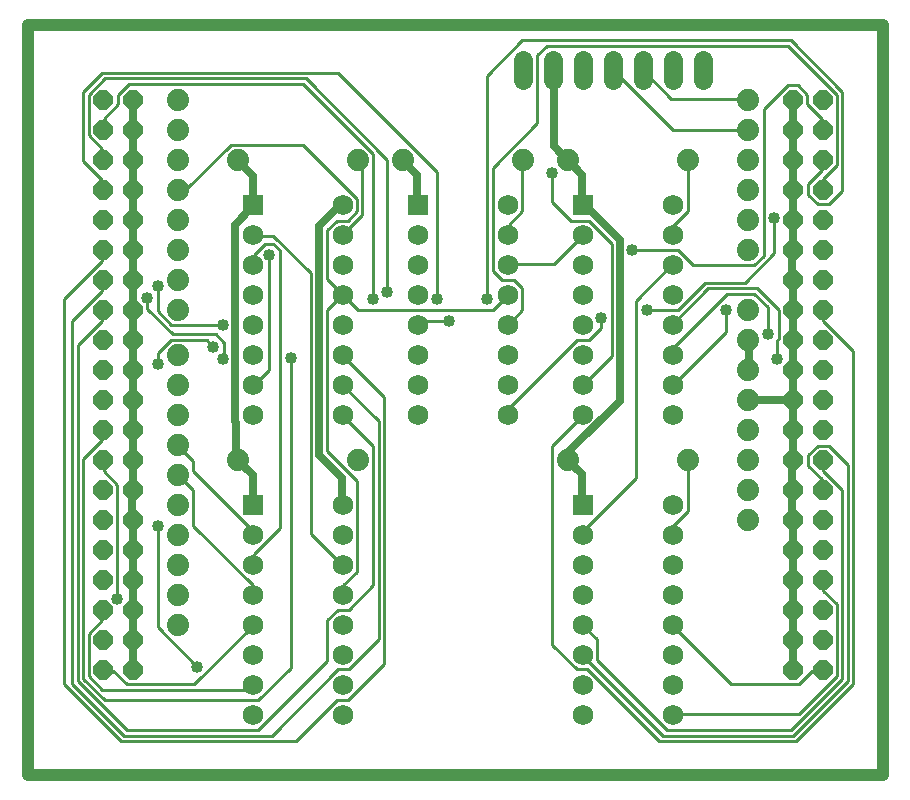
<source format=gtl>
G75*
%MOIN*%
%OFA0B0*%
%FSLAX25Y25*%
%IPPOS*%
%LPD*%
%AMOC8*
5,1,8,0,0,1.08239X$1,22.5*
%
%ADD10C,0.04000*%
%ADD11C,0.07400*%
%ADD12R,0.06800X0.06800*%
%ADD13C,0.06800*%
%ADD14C,0.06400*%
%ADD15OC8,0.06400*%
%ADD16C,0.02500*%
%ADD17C,0.01000*%
%ADD18C,0.04000*%
D10*
X0020000Y0052524D02*
X0305000Y0052524D01*
X0305000Y0302524D01*
X0020000Y0302524D01*
X0020000Y0052524D01*
D11*
X0070000Y0102524D03*
X0070000Y0112524D03*
X0070000Y0122524D03*
X0070000Y0132524D03*
X0070000Y0142524D03*
X0070000Y0152524D03*
X0070000Y0162524D03*
X0070000Y0172524D03*
X0070000Y0182524D03*
X0070000Y0192524D03*
X0070000Y0207524D03*
X0070000Y0217524D03*
X0070000Y0227524D03*
X0070000Y0237524D03*
X0070000Y0247524D03*
X0070000Y0257524D03*
X0070000Y0267524D03*
X0070000Y0277524D03*
X0090000Y0257524D03*
X0130000Y0257524D03*
X0145000Y0257524D03*
X0185000Y0257524D03*
X0200000Y0257524D03*
X0240000Y0257524D03*
X0260000Y0257524D03*
X0260000Y0267524D03*
X0260000Y0277524D03*
X0260000Y0247524D03*
X0260000Y0237524D03*
X0260000Y0227524D03*
X0260000Y0207524D03*
X0260000Y0197524D03*
X0260000Y0187524D03*
X0260000Y0177524D03*
X0260000Y0167524D03*
X0260000Y0157524D03*
X0260000Y0147524D03*
X0260000Y0137524D03*
X0240000Y0157524D03*
X0200000Y0157524D03*
X0130000Y0157524D03*
X0090000Y0157524D03*
D12*
X0095000Y0142524D03*
X0095000Y0242524D03*
X0150000Y0242524D03*
X0205000Y0242524D03*
X0205000Y0142524D03*
D13*
X0205000Y0132524D03*
X0205000Y0122524D03*
X0205000Y0112524D03*
X0205000Y0102524D03*
X0205000Y0092524D03*
X0205000Y0082524D03*
X0205000Y0072524D03*
X0235000Y0072524D03*
X0235000Y0082524D03*
X0235000Y0092524D03*
X0235000Y0102524D03*
X0235000Y0112524D03*
X0235000Y0122524D03*
X0235000Y0132524D03*
X0235000Y0142524D03*
X0235000Y0172524D03*
X0235000Y0182524D03*
X0235000Y0192524D03*
X0235000Y0202524D03*
X0235000Y0212524D03*
X0235000Y0222524D03*
X0235000Y0232524D03*
X0235000Y0242524D03*
X0205000Y0232524D03*
X0205000Y0222524D03*
X0205000Y0212524D03*
X0205000Y0202524D03*
X0205000Y0192524D03*
X0205000Y0182524D03*
X0205000Y0172524D03*
X0180000Y0172524D03*
X0180000Y0182524D03*
X0180000Y0192524D03*
X0180000Y0202524D03*
X0180000Y0212524D03*
X0180000Y0222524D03*
X0180000Y0232524D03*
X0180000Y0242524D03*
X0150000Y0232524D03*
X0150000Y0222524D03*
X0150000Y0212524D03*
X0150000Y0202524D03*
X0150000Y0192524D03*
X0150000Y0182524D03*
X0150000Y0172524D03*
X0125000Y0172524D03*
X0125000Y0182524D03*
X0125000Y0192524D03*
X0125000Y0202524D03*
X0125000Y0212524D03*
X0125000Y0222524D03*
X0125000Y0232524D03*
X0125000Y0242524D03*
X0095000Y0232524D03*
X0095000Y0222524D03*
X0095000Y0212524D03*
X0095000Y0202524D03*
X0095000Y0192524D03*
X0095000Y0182524D03*
X0095000Y0172524D03*
X0125000Y0142524D03*
X0125000Y0132524D03*
X0125000Y0122524D03*
X0125000Y0112524D03*
X0125000Y0102524D03*
X0125000Y0092524D03*
X0125000Y0082524D03*
X0125000Y0072524D03*
X0095000Y0072524D03*
X0095000Y0082524D03*
X0095000Y0092524D03*
X0095000Y0102524D03*
X0095000Y0112524D03*
X0095000Y0122524D03*
X0095000Y0132524D03*
D14*
X0185000Y0284324D02*
X0185000Y0290724D01*
X0195000Y0290724D02*
X0195000Y0284324D01*
X0205000Y0284324D02*
X0205000Y0290724D01*
X0215000Y0290724D02*
X0215000Y0284324D01*
X0225000Y0284324D02*
X0225000Y0290724D01*
X0235000Y0290724D02*
X0235000Y0284324D01*
X0245000Y0284324D02*
X0245000Y0290724D01*
D15*
X0275000Y0277524D03*
X0285000Y0277524D03*
X0285000Y0267524D03*
X0275000Y0267524D03*
X0275000Y0257524D03*
X0285000Y0257524D03*
X0285000Y0247524D03*
X0275000Y0247524D03*
X0275000Y0237524D03*
X0285000Y0237524D03*
X0285000Y0227524D03*
X0275000Y0227524D03*
X0275000Y0217524D03*
X0285000Y0217524D03*
X0285000Y0207524D03*
X0275000Y0207524D03*
X0275000Y0197524D03*
X0285000Y0197524D03*
X0285000Y0187524D03*
X0275000Y0187524D03*
X0275000Y0177524D03*
X0285000Y0177524D03*
X0285000Y0167524D03*
X0275000Y0167524D03*
X0275000Y0157524D03*
X0285000Y0157524D03*
X0285000Y0147524D03*
X0275000Y0147524D03*
X0275000Y0137524D03*
X0285000Y0137524D03*
X0285000Y0127524D03*
X0275000Y0127524D03*
X0275000Y0117524D03*
X0285000Y0117524D03*
X0285000Y0107524D03*
X0275000Y0107524D03*
X0275000Y0097524D03*
X0285000Y0097524D03*
X0285000Y0087524D03*
X0275000Y0087524D03*
X0055000Y0087524D03*
X0055000Y0097524D03*
X0045000Y0097524D03*
X0045000Y0087524D03*
X0045000Y0107524D03*
X0045000Y0117524D03*
X0045000Y0127524D03*
X0055000Y0127524D03*
X0055000Y0117524D03*
X0055000Y0107524D03*
X0055000Y0137524D03*
X0055000Y0147524D03*
X0055000Y0157524D03*
X0055000Y0167524D03*
X0045000Y0167524D03*
X0045000Y0157524D03*
X0045000Y0147524D03*
X0045000Y0137524D03*
X0045000Y0177524D03*
X0045000Y0187524D03*
X0045000Y0197524D03*
X0045000Y0207524D03*
X0055000Y0207524D03*
X0055000Y0197524D03*
X0055000Y0187524D03*
X0055000Y0177524D03*
X0055000Y0217524D03*
X0055000Y0227524D03*
X0055000Y0237524D03*
X0045000Y0237524D03*
X0045000Y0227524D03*
X0045000Y0217524D03*
X0045000Y0247524D03*
X0045000Y0257524D03*
X0045000Y0267524D03*
X0045000Y0277524D03*
X0055000Y0277524D03*
X0055000Y0267524D03*
X0055000Y0257524D03*
X0055000Y0247524D03*
D16*
X0055238Y0248593D01*
X0055238Y0257176D01*
X0055000Y0257524D01*
X0055238Y0258531D01*
X0055238Y0267115D01*
X0055000Y0267524D01*
X0055238Y0268470D01*
X0055238Y0277506D01*
X0055000Y0277524D01*
X0055000Y0247524D02*
X0055238Y0247237D01*
X0055238Y0238654D01*
X0055000Y0237524D01*
X0055238Y0237298D01*
X0055238Y0228715D01*
X0055000Y0227524D01*
X0055238Y0227359D01*
X0055238Y0218776D01*
X0055000Y0217524D01*
X0055238Y0217420D01*
X0055238Y0208385D01*
X0055000Y0207524D01*
X0055238Y0207481D01*
X0055238Y0198446D01*
X0055000Y0197524D01*
X0055238Y0197091D01*
X0055238Y0188507D01*
X0055000Y0187524D01*
X0055238Y0187152D01*
X0055238Y0178568D01*
X0055000Y0177524D01*
X0055238Y0177213D01*
X0055238Y0168629D01*
X0055000Y0167524D01*
X0055238Y0167274D01*
X0055238Y0158690D01*
X0055000Y0157524D01*
X0055238Y0157335D01*
X0055238Y0148751D01*
X0055000Y0147524D01*
X0054786Y0147396D01*
X0054786Y0138812D01*
X0055000Y0137524D01*
X0055238Y0137457D01*
X0055238Y0128421D01*
X0055000Y0127524D01*
X0055238Y0127518D01*
X0055238Y0118482D01*
X0055000Y0117524D01*
X0055238Y0117127D01*
X0055238Y0108543D01*
X0055000Y0107524D01*
X0055238Y0107188D01*
X0055238Y0098604D01*
X0055000Y0097524D01*
X0055238Y0097249D01*
X0055238Y0087762D01*
X0055000Y0087524D01*
X0095000Y0142524D02*
X0094994Y0142878D01*
X0094994Y0152365D01*
X0090025Y0157335D01*
X0090000Y0157524D01*
X0089573Y0158690D01*
X0089573Y0169984D01*
X0089121Y0170436D01*
X0089121Y0235943D01*
X0094542Y0241364D01*
X0095000Y0242524D01*
X0094994Y0242719D01*
X0094994Y0252207D01*
X0090025Y0257176D01*
X0090000Y0257524D01*
X0117131Y0235491D02*
X0123907Y0242268D01*
X0124811Y0242268D01*
X0125000Y0242524D01*
X0117131Y0235491D02*
X0117131Y0159142D01*
X0124811Y0151462D01*
X0124811Y0142878D01*
X0125000Y0142524D01*
X0200000Y0157524D02*
X0200257Y0158690D01*
X0200257Y0160045D01*
X0217424Y0177213D01*
X0217424Y0230973D01*
X0206130Y0242268D01*
X0205000Y0242524D01*
X0204775Y0242719D01*
X0204775Y0252658D01*
X0200709Y0256724D01*
X0200000Y0257524D01*
X0199805Y0257628D01*
X0195287Y0262146D01*
X0195287Y0287445D01*
X0195000Y0287524D01*
X0149658Y0252658D02*
X0145141Y0257176D01*
X0145000Y0257524D01*
X0149658Y0252658D02*
X0149658Y0242719D01*
X0150000Y0242524D01*
X0200000Y0157524D02*
X0200257Y0157335D01*
X0204775Y0152817D01*
X0204775Y0142878D01*
X0205000Y0142524D01*
X0260000Y0177524D02*
X0260343Y0177664D01*
X0273896Y0177664D01*
X0275000Y0177524D01*
X0275251Y0178568D01*
X0275251Y0187152D01*
X0275000Y0187524D01*
X0275251Y0188507D01*
X0275251Y0197091D01*
X0275000Y0197524D01*
X0275251Y0198446D01*
X0275251Y0207481D01*
X0275000Y0207524D01*
X0275251Y0208385D01*
X0275251Y0217420D01*
X0275000Y0217524D01*
X0274799Y0218776D01*
X0274799Y0227359D01*
X0275000Y0227524D01*
X0275251Y0228715D01*
X0275251Y0237298D01*
X0275000Y0237524D01*
X0275251Y0238654D01*
X0275251Y0247237D01*
X0275000Y0247524D01*
X0275251Y0248593D01*
X0275251Y0257176D01*
X0275000Y0257524D01*
X0275251Y0258531D01*
X0275251Y0267115D01*
X0275000Y0267524D01*
X0275251Y0268470D01*
X0275251Y0277506D01*
X0275000Y0277524D01*
X0260000Y0197524D02*
X0260343Y0197091D01*
X0260343Y0187603D01*
X0260000Y0187524D01*
X0275000Y0177524D02*
X0275251Y0177213D01*
X0275251Y0168629D01*
X0275000Y0167524D01*
X0275251Y0167274D01*
X0275251Y0158690D01*
X0275000Y0157524D01*
X0274799Y0157335D01*
X0274799Y0148751D01*
X0275000Y0147524D01*
X0274799Y0147396D01*
X0274799Y0138812D01*
X0275000Y0137524D01*
X0275251Y0137457D01*
X0275251Y0128421D01*
X0275000Y0127524D01*
X0275251Y0127518D01*
X0275251Y0118482D01*
X0275000Y0117524D01*
X0275251Y0117127D01*
X0275251Y0108543D01*
X0275000Y0107524D01*
X0275251Y0107188D01*
X0275251Y0098604D01*
X0275000Y0097524D01*
X0275251Y0097249D01*
X0275251Y0087762D01*
X0275000Y0087524D01*
D17*
X0277058Y0082792D02*
X0254469Y0082792D01*
X0235043Y0102219D01*
X0235000Y0102524D01*
X0209744Y0097701D02*
X0209744Y0090924D01*
X0233236Y0067432D01*
X0274347Y0067432D01*
X0291515Y0084599D01*
X0291515Y0147396D01*
X0285190Y0153720D01*
X0285190Y0157335D01*
X0285000Y0157524D01*
X0283383Y0162304D02*
X0280220Y0159142D01*
X0280220Y0155528D01*
X0284738Y0151010D01*
X0284738Y0147847D01*
X0285000Y0147524D01*
X0293322Y0155979D02*
X0293322Y0083696D01*
X0275251Y0065625D01*
X0231881Y0065625D01*
X0205226Y0092280D01*
X0205000Y0092524D01*
X0209744Y0097701D02*
X0205226Y0102219D01*
X0205000Y0102524D01*
X0194836Y0095894D02*
X0194836Y0162304D01*
X0204775Y0172243D01*
X0205000Y0172524D01*
X0205000Y0182524D02*
X0205226Y0182634D01*
X0214714Y0192121D01*
X0214714Y0229618D01*
X0207033Y0237298D01*
X0201160Y0237298D01*
X0194836Y0243623D01*
X0194836Y0253110D01*
X0184897Y0257176D02*
X0185000Y0257524D01*
X0184897Y0257176D02*
X0184897Y0240461D01*
X0180379Y0235943D01*
X0180379Y0232781D01*
X0180000Y0232524D01*
X0180379Y0222842D02*
X0180000Y0222524D01*
X0180379Y0222842D02*
X0195287Y0222842D01*
X0204775Y0232329D01*
X0205000Y0232524D01*
X0221490Y0227359D02*
X0236850Y0227359D01*
X0241820Y0222390D01*
X0262150Y0222390D01*
X0265312Y0225552D01*
X0265312Y0274344D01*
X0273444Y0282475D01*
X0276606Y0282475D01*
X0279769Y0279313D01*
X0279769Y0276151D01*
X0284738Y0271181D01*
X0284738Y0267567D01*
X0285000Y0267524D01*
X0285000Y0257524D02*
X0284738Y0257176D01*
X0284738Y0254014D01*
X0280220Y0249496D01*
X0280220Y0245882D01*
X0283383Y0242719D01*
X0286997Y0242719D01*
X0291515Y0247237D01*
X0291515Y0280217D01*
X0274347Y0297384D01*
X0184897Y0297384D01*
X0173151Y0285638D01*
X0173151Y0211095D01*
X0174958Y0207481D02*
X0130232Y0207481D01*
X0125263Y0212451D01*
X0125000Y0212524D01*
X0124811Y0212903D01*
X0119842Y0217872D01*
X0119842Y0234136D01*
X0123004Y0237298D01*
X0126618Y0237298D01*
X0129781Y0240461D01*
X0129781Y0244527D01*
X0111710Y0262597D01*
X0087766Y0262597D01*
X0072857Y0247689D01*
X0070147Y0247689D01*
X0070000Y0247524D01*
X0095000Y0232524D02*
X0095446Y0232329D01*
X0101771Y0232329D01*
X0114420Y0219679D01*
X0114420Y0132939D01*
X0124811Y0122548D01*
X0125000Y0122524D01*
X0129781Y0120289D02*
X0129781Y0150558D01*
X0119842Y0160497D01*
X0119842Y0207481D01*
X0124811Y0212451D01*
X0125000Y0212524D01*
X0135202Y0211095D02*
X0135202Y0259435D01*
X0111710Y0282927D01*
X0053883Y0282927D01*
X0050269Y0279313D01*
X0050269Y0276151D01*
X0045299Y0271181D01*
X0045299Y0267567D01*
X0045000Y0267524D01*
X0040330Y0265760D02*
X0040330Y0279313D01*
X0045751Y0284734D01*
X0112613Y0284734D01*
X0139719Y0257628D01*
X0139719Y0213354D01*
X0150110Y0202964D02*
X0150000Y0202524D01*
X0150110Y0202964D02*
X0151014Y0203867D01*
X0160501Y0203867D01*
X0156435Y0211095D02*
X0156435Y0253562D01*
X0123456Y0286541D01*
X0044847Y0286541D01*
X0038523Y0280217D01*
X0038523Y0257176D01*
X0044847Y0250851D01*
X0044847Y0247689D01*
X0045000Y0247524D01*
X0045000Y0257524D02*
X0044847Y0257628D01*
X0044847Y0261242D01*
X0040330Y0265760D01*
X0045000Y0227524D02*
X0044847Y0227359D01*
X0044847Y0223745D01*
X0032198Y0211095D01*
X0032198Y0082792D01*
X0051172Y0063818D01*
X0109451Y0063818D01*
X0123004Y0077371D01*
X0126618Y0077371D01*
X0138816Y0089569D01*
X0138816Y0178568D01*
X0125263Y0192121D01*
X0125000Y0192524D01*
X0125000Y0182524D02*
X0125263Y0182182D01*
X0137009Y0170436D01*
X0137009Y0097701D01*
X0127070Y0087762D01*
X0123456Y0087762D01*
X0101319Y0065625D01*
X0052076Y0065625D01*
X0034908Y0082792D01*
X0034908Y0203867D01*
X0044847Y0213806D01*
X0044847Y0217420D01*
X0045000Y0217524D01*
X0045000Y0207524D02*
X0044847Y0207481D01*
X0044847Y0203867D01*
X0036716Y0195735D01*
X0036716Y0083696D01*
X0052979Y0067432D01*
X0096801Y0067432D01*
X0119842Y0090472D01*
X0119842Y0104026D01*
X0123456Y0107640D01*
X0127070Y0107640D01*
X0135202Y0115772D01*
X0135202Y0162304D01*
X0125263Y0172243D01*
X0125000Y0172524D01*
X0107644Y0191669D02*
X0107644Y0088214D01*
X0096801Y0077371D01*
X0045751Y0077371D01*
X0038523Y0084599D01*
X0038523Y0157786D01*
X0044847Y0164111D01*
X0044847Y0167274D01*
X0045000Y0167524D01*
X0045000Y0157524D02*
X0045299Y0157335D01*
X0045299Y0153720D01*
X0049817Y0149203D01*
X0049817Y0111254D01*
X0045000Y0107524D02*
X0044847Y0107188D01*
X0044847Y0104026D01*
X0040330Y0099508D01*
X0040330Y0085503D01*
X0044847Y0080985D01*
X0093639Y0080985D01*
X0094994Y0082341D01*
X0095000Y0082524D01*
X0076471Y0088665D02*
X0063370Y0101767D01*
X0063370Y0135650D01*
X0075116Y0135650D02*
X0075116Y0147396D01*
X0070147Y0152365D01*
X0070000Y0152524D01*
X0075116Y0153720D02*
X0075116Y0157335D01*
X0070147Y0162304D01*
X0070000Y0162524D01*
X0075116Y0153720D02*
X0094994Y0133843D01*
X0094994Y0132939D01*
X0095000Y0132524D01*
X0095446Y0126162D02*
X0104030Y0134746D01*
X0104030Y0227359D01*
X0101771Y0229618D01*
X0099060Y0229618D01*
X0095446Y0226004D01*
X0095446Y0222842D01*
X0095000Y0222524D01*
X0100415Y0226004D02*
X0100415Y0187603D01*
X0095446Y0182634D01*
X0095000Y0182524D01*
X0085507Y0191669D02*
X0085055Y0191218D01*
X0085507Y0191669D02*
X0085507Y0196639D01*
X0082796Y0199349D01*
X0068340Y0199349D01*
X0059756Y0207933D01*
X0059756Y0211547D01*
X0063370Y0215613D02*
X0063370Y0207030D01*
X0067888Y0202512D01*
X0085055Y0202512D01*
X0079634Y0197542D02*
X0081893Y0195283D01*
X0079634Y0197542D02*
X0067888Y0197542D01*
X0063370Y0193025D01*
X0063370Y0189410D01*
X0075116Y0135650D02*
X0094994Y0115772D01*
X0094994Y0112609D01*
X0095000Y0112524D01*
X0095000Y0102524D02*
X0094994Y0102219D01*
X0075568Y0082792D01*
X0052979Y0082792D01*
X0048462Y0087310D01*
X0045299Y0087310D01*
X0045000Y0087524D01*
X0095000Y0122524D02*
X0095446Y0122548D01*
X0095446Y0126162D01*
X0125263Y0115772D02*
X0125263Y0112609D01*
X0125000Y0112524D01*
X0125263Y0115772D02*
X0129781Y0120289D01*
X0180000Y0172524D02*
X0180379Y0172695D01*
X0180379Y0174954D01*
X0202968Y0197542D01*
X0207033Y0197542D01*
X0211099Y0201608D01*
X0211099Y0204771D01*
X0222845Y0210644D02*
X0234592Y0222390D01*
X0235000Y0222524D01*
X0245886Y0216517D02*
X0236850Y0207481D01*
X0226460Y0207481D01*
X0222845Y0210644D02*
X0222845Y0151462D01*
X0205226Y0133843D01*
X0205226Y0132939D01*
X0205000Y0132524D01*
X0235000Y0132524D02*
X0235043Y0132939D01*
X0235043Y0135650D01*
X0240013Y0140619D01*
X0240013Y0157335D01*
X0240000Y0157524D01*
X0235000Y0182524D02*
X0235043Y0182634D01*
X0252662Y0200253D01*
X0252662Y0207481D01*
X0253114Y0212903D02*
X0235043Y0194832D01*
X0235043Y0192573D01*
X0235000Y0192524D01*
X0235000Y0202524D02*
X0235043Y0202964D01*
X0246789Y0214710D01*
X0263053Y0214710D01*
X0270281Y0207481D01*
X0270281Y0197994D01*
X0269830Y0197542D01*
X0269830Y0191218D01*
X0266667Y0199349D02*
X0266667Y0208385D01*
X0262150Y0212903D01*
X0253114Y0212903D01*
X0258987Y0216517D02*
X0245886Y0216517D01*
X0258987Y0216517D02*
X0268926Y0226456D01*
X0268926Y0238202D01*
X0285000Y0247524D02*
X0285190Y0247689D01*
X0285190Y0251303D01*
X0289708Y0255821D01*
X0289708Y0279313D01*
X0273444Y0295577D01*
X0193029Y0295577D01*
X0189866Y0292414D01*
X0189866Y0269826D01*
X0174958Y0254917D01*
X0174958Y0220583D01*
X0178120Y0217420D01*
X0182186Y0217420D01*
X0184897Y0214710D01*
X0184897Y0207481D01*
X0180379Y0202964D01*
X0180000Y0202524D01*
X0174958Y0207481D02*
X0180000Y0212524D01*
X0131588Y0239105D02*
X0131588Y0255821D01*
X0130232Y0257176D01*
X0130000Y0257524D01*
X0131588Y0239105D02*
X0125263Y0232781D01*
X0125000Y0232524D01*
X0215000Y0287524D02*
X0215165Y0287445D01*
X0235043Y0267567D01*
X0259891Y0267567D01*
X0260000Y0267524D01*
X0260000Y0277524D02*
X0259891Y0277958D01*
X0234592Y0277958D01*
X0225104Y0287445D01*
X0225000Y0287524D01*
X0240000Y0257524D02*
X0240013Y0257176D01*
X0240013Y0240461D01*
X0235043Y0235491D01*
X0235043Y0232781D01*
X0235000Y0232524D01*
X0285000Y0207524D02*
X0285190Y0207481D01*
X0285190Y0203867D01*
X0295129Y0193928D01*
X0295129Y0082792D01*
X0276155Y0063818D01*
X0230526Y0063818D01*
X0206582Y0087762D01*
X0202968Y0087762D01*
X0194836Y0095894D01*
X0235043Y0072853D02*
X0235000Y0072524D01*
X0235043Y0072853D02*
X0277058Y0072853D01*
X0289708Y0085503D01*
X0289708Y0109447D01*
X0285190Y0113965D01*
X0285190Y0117127D01*
X0285000Y0117524D01*
X0285000Y0087524D02*
X0284738Y0087310D01*
X0281576Y0087310D01*
X0277058Y0082792D01*
X0293322Y0155979D02*
X0286997Y0162304D01*
X0283383Y0162304D01*
D18*
X0269830Y0191218D03*
X0266667Y0199349D03*
X0252662Y0207481D03*
X0226460Y0207481D03*
X0211099Y0204771D03*
X0221490Y0227359D03*
X0194836Y0253110D03*
X0173151Y0211095D03*
X0160501Y0203867D03*
X0156435Y0211095D03*
X0139719Y0213354D03*
X0135202Y0211095D03*
X0107644Y0191669D03*
X0085055Y0191218D03*
X0081893Y0195283D03*
X0085055Y0202512D03*
X0063370Y0215613D03*
X0059756Y0211547D03*
X0063370Y0189410D03*
X0100415Y0226004D03*
X0063370Y0135650D03*
X0049817Y0111254D03*
X0076471Y0088665D03*
X0268926Y0238202D03*
M02*

</source>
